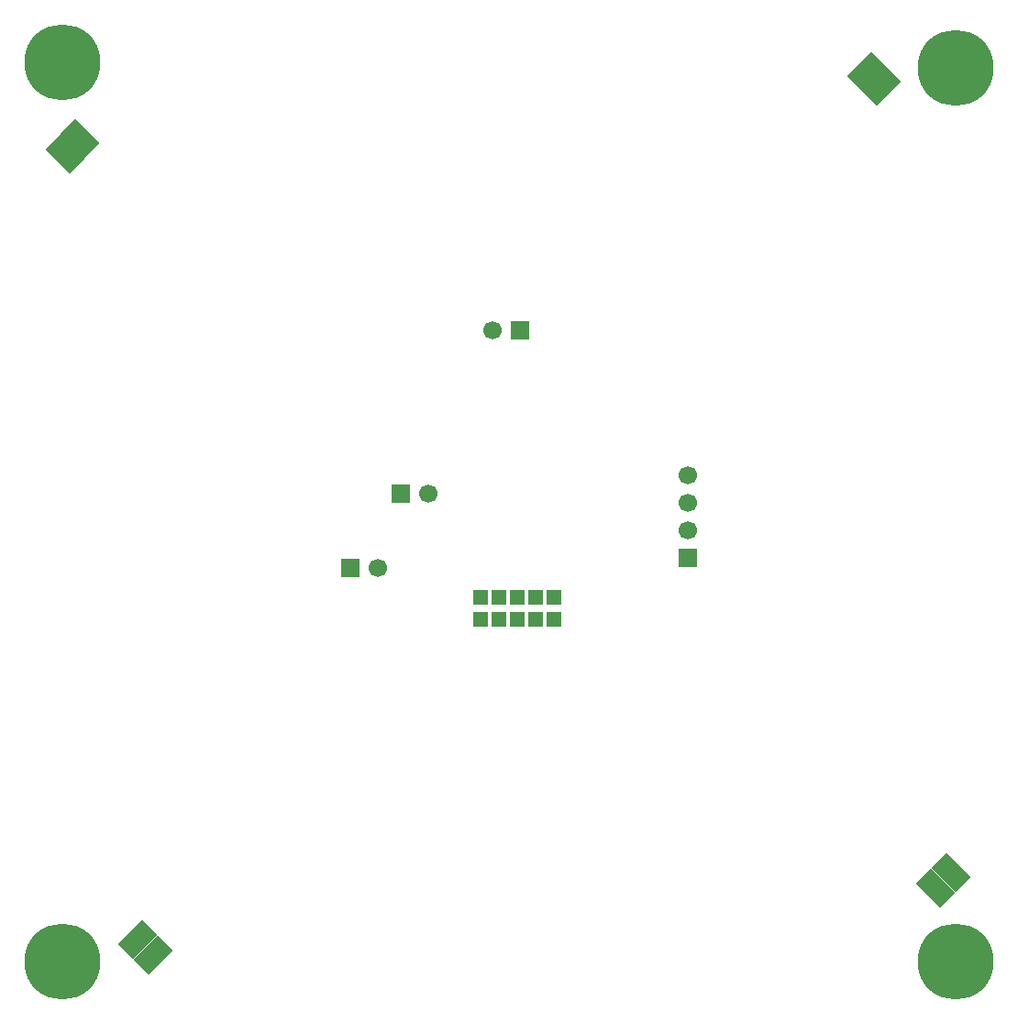
<source format=gbs>
G04 DipTrace 3.2.0.1*
G04 Rev1.2.gbs*
%MOIN*%
G04 #@! TF.FileFunction,Soldermask,Bot*
G04 #@! TF.Part,Single*
%AMOUTLINE7*
4,1,4,
0.017399,0.071685,
0.071685,0.017399,
-0.017399,-0.071685,
-0.071685,-0.017399,
0.017399,0.071685,
0*%
%AMOUTLINE10*
4,1,4,
-0.071685,0.017399,
-0.017399,0.071685,
0.071685,-0.017399,
0.017399,-0.071685,
-0.071685,0.017399,
0*%
%ADD37C,0.275591*%
%ADD44R,0.055118X0.055118*%
%ADD58C,0.066929*%
%ADD60R,0.066929X0.066929*%
%ADD78OUTLINE7*%
%ADD81OUTLINE10*%
%FSLAX26Y26*%
G04*
G70*
G90*
G75*
G01*
G04 BotMask*
%LPD*%
D37*
X3956693Y708661D3*
X708661D3*
Y3976378D3*
X3956693Y3956693D3*
D60*
X2982283Y2175197D3*
D58*
Y2275197D3*
Y2375197D3*
Y2475197D3*
D60*
X1938927Y2407677D3*
D58*
X2038927D3*
D78*
X1038927Y732677D3*
X983249Y788354D3*
D81*
X3938927Y1032677D3*
X3883249Y977000D3*
D78*
X3631201Y3943701D3*
X3686878Y3888024D3*
D81*
X718701Y3643701D3*
X774378Y3699378D3*
D44*
X2228248Y1953248D3*
X2295177D3*
X2362106D3*
X2429035D3*
X2495965D3*
X2228248Y2031988D3*
X2295177D3*
X2362106D3*
X2429035D3*
X2495965D3*
D60*
X2372047Y3001969D3*
D58*
X2272047D3*
D60*
X1757579Y2137795D3*
D58*
X1857579D3*
M02*

</source>
